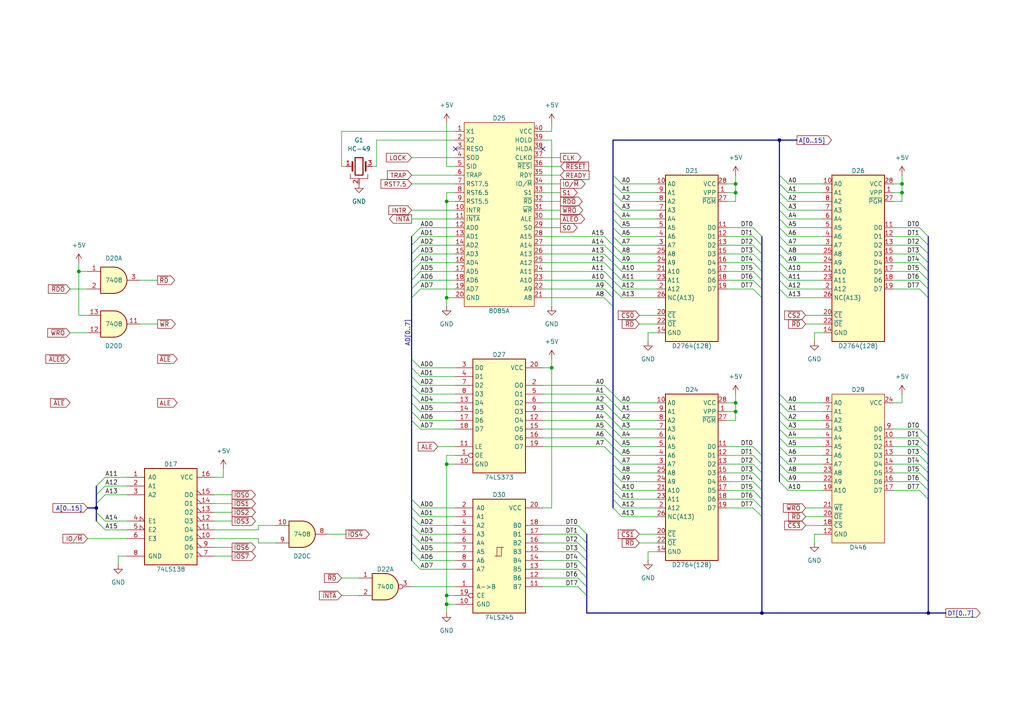
<source format=kicad_sch>
(kicad_sch (version 20250114) (generator "eeschema") (generator_version "9.0")
  (paper "A4")
  (title_block (title "Micro Processor Unit"))
  (junction (at 213.36 55.88))
  (junction (at 22.86 78.74))
  (junction (at 213.36 119.38))
  (junction (at 160.02 106.68))
  (junction (at 213.36 53.34))
  (junction (at 261.62 53.34))
  (junction (at 27.94 147.32))
  (junction (at 129.54 86.36))
  (junction (at 129.54 175.26))
  (junction (at 269.24 177.8))
  (junction (at 220.98 177.8))
  (junction (at 226.06 40.64))
  (junction (at 129.54 58.42))
  (junction (at 129.54 172.72))
  (junction (at 213.36 116.84))
  (junction (at 129.54 134.62))
  (junction (at 261.62 55.88))
  (no_connect (at 132.08 43.18))
  (no_connect (at 157.48 43.18))
  (bus_entry (at 119.38 114.3) (size 2.54 2.54))
  (bus_entry (at 177.8 137.16) (size 2.54 2.54))
  (bus_entry (at 226.06 116.84) (size 2.54 2.54))
  (bus_entry (at 177.8 66.04) (size 2.54 2.54))
  (bus_entry (at 266.7 71.12) (size 2.54 2.54))
  (bus_entry (at 175.26 76.2) (size 2.54 2.54))
  (bus_entry (at 175.26 86.36) (size 2.54 2.54))
  (bus_entry (at 177.8 129.54) (size 2.54 2.54))
  (bus_entry (at 177.8 132.08) (size 2.54 2.54))
  (bus_entry (at 119.38 154.94) (size 2.54 2.54))
  (bus_entry (at 167.64 157.48) (size 2.54 2.54))
  (bus_entry (at 175.26 127) (size 2.54 2.54))
  (bus_entry (at 266.7 137.16) (size 2.54 2.54))
  (bus_entry (at 266.7 132.08) (size 2.54 2.54))
  (bus_entry (at 226.06 66.04) (size 2.54 2.54))
  (bus_entry (at 27.94 143.51) (size 2.54 -2.54))
  (bus_entry (at 119.38 73.66) (size 2.54 -2.54))
  (bus_entry (at 175.26 114.3) (size 2.54 2.54))
  (bus_entry (at 119.38 106.68) (size 2.54 2.54))
  (bus_entry (at 218.44 134.62) (size 2.54 2.54))
  (bus_entry (at 218.44 137.16) (size 2.54 2.54))
  (bus_entry (at 177.8 60.96) (size 2.54 2.54))
  (bus_entry (at 119.38 109.22) (size 2.54 2.54))
  (bus_entry (at 177.8 144.78) (size 2.54 2.54))
  (bus_entry (at 218.44 142.24) (size 2.54 2.54))
  (bus_entry (at 119.38 116.84) (size 2.54 2.54))
  (bus_entry (at 218.44 78.74) (size 2.54 2.54))
  (bus_entry (at 119.38 83.82) (size 2.54 -2.54))
  (bus_entry (at 175.26 111.76) (size 2.54 2.54))
  (bus_entry (at 177.8 119.38) (size 2.54 2.54))
  (bus_entry (at 218.44 76.2) (size 2.54 2.54))
  (bus_entry (at 175.26 121.92) (size 2.54 2.54))
  (bus_entry (at 119.38 71.12) (size 2.54 -2.54))
  (bus_entry (at 177.8 116.84) (size 2.54 2.54))
  (bus_entry (at 226.06 129.54) (size 2.54 2.54))
  (bus_entry (at 226.06 50.8) (size 2.54 2.54))
  (bus_entry (at 167.64 152.4) (size 2.54 2.54))
  (bus_entry (at 226.06 68.58) (size 2.54 2.54))
  (bus_entry (at 175.26 73.66) (size 2.54 2.54))
  (bus_entry (at 177.8 83.82) (size 2.54 2.54))
  (bus_entry (at 266.7 68.58) (size 2.54 2.54))
  (bus_entry (at 175.26 83.82) (size 2.54 2.54))
  (bus_entry (at 177.8 71.12) (size 2.54 2.54))
  (bus_entry (at 119.38 157.48) (size 2.54 2.54))
  (bus_entry (at 218.44 147.32) (size 2.54 2.54))
  (bus_entry (at 175.26 71.12) (size 2.54 2.54))
  (bus_entry (at 266.7 134.62) (size 2.54 2.54))
  (bus_entry (at 226.06 73.66) (size 2.54 2.54))
  (bus_entry (at 119.38 121.92) (size 2.54 2.54))
  (bus_entry (at 175.26 129.54) (size 2.54 2.54))
  (bus_entry (at 177.8 55.88) (size 2.54 2.54))
  (bus_entry (at 167.64 167.64) (size 2.54 2.54))
  (bus_entry (at 175.26 78.74) (size 2.54 2.54))
  (bus_entry (at 119.38 78.74) (size 2.54 -2.54))
  (bus_entry (at 167.64 170.18) (size 2.54 2.54))
  (bus_entry (at 119.38 149.86) (size 2.54 2.54))
  (bus_entry (at 226.06 121.92) (size 2.54 2.54))
  (bus_entry (at 218.44 66.04) (size 2.54 2.54))
  (bus_entry (at 226.06 124.46) (size 2.54 2.54))
  (bus_entry (at 218.44 73.66) (size 2.54 2.54))
  (bus_entry (at 119.38 81.28) (size 2.54 -2.54))
  (bus_entry (at 175.26 116.84) (size 2.54 2.54))
  (bus_entry (at 177.8 68.58) (size 2.54 2.54))
  (bus_entry (at 177.8 114.3) (size 2.54 2.54))
  (bus_entry (at 27.94 148.59) (size 2.54 2.54))
  (bus_entry (at 177.8 139.7) (size 2.54 2.54))
  (bus_entry (at 177.8 53.34) (size 2.54 2.54))
  (bus_entry (at 167.64 154.94) (size 2.54 2.54))
  (bus_entry (at 218.44 83.82) (size 2.54 2.54))
  (bus_entry (at 177.8 58.42) (size 2.54 2.54))
  (bus_entry (at 167.64 160.02) (size 2.54 2.54))
  (bus_entry (at 175.26 68.58) (size 2.54 2.54))
  (bus_entry (at 218.44 139.7) (size 2.54 2.54))
  (bus_entry (at 177.8 63.5) (size 2.54 2.54))
  (bus_entry (at 119.38 152.4) (size 2.54 2.54))
  (bus_entry (at 226.06 114.3) (size 2.54 2.54))
  (bus_entry (at 177.8 50.8) (size 2.54 2.54))
  (bus_entry (at 119.38 144.78) (size 2.54 2.54))
  (bus_entry (at 266.7 81.28) (size 2.54 2.54))
  (bus_entry (at 266.7 127) (size 2.54 2.54))
  (bus_entry (at 119.38 119.38) (size 2.54 2.54))
  (bus_entry (at 175.26 119.38) (size 2.54 2.54))
  (bus_entry (at 218.44 68.58) (size 2.54 2.54))
  (bus_entry (at 226.06 53.34) (size 2.54 2.54))
  (bus_entry (at 177.8 124.46) (size 2.54 2.54))
  (bus_entry (at 266.7 124.46) (size 2.54 2.54))
  (bus_entry (at 177.8 81.28) (size 2.54 2.54))
  (bus_entry (at 218.44 81.28) (size 2.54 2.54))
  (bus_entry (at 266.7 76.2) (size 2.54 2.54))
  (bus_entry (at 226.06 58.42) (size 2.54 2.54))
  (bus_entry (at 226.06 78.74) (size 2.54 2.54))
  (bus_entry (at 218.44 132.08) (size 2.54 2.54))
  (bus_entry (at 27.94 140.97) (size 2.54 -2.54))
  (bus_entry (at 226.06 63.5) (size 2.54 2.54))
  (bus_entry (at 119.38 86.36) (size 2.54 -2.54))
  (bus_entry (at 177.8 78.74) (size 2.54 2.54))
  (bus_entry (at 266.7 142.24) (size 2.54 2.54))
  (bus_entry (at 226.06 119.38) (size 2.54 2.54))
  (bus_entry (at 119.38 162.56) (size 2.54 2.54))
  (bus_entry (at 177.8 147.32) (size 2.54 2.54))
  (bus_entry (at 119.38 104.14) (size 2.54 2.54))
  (bus_entry (at 218.44 144.78) (size 2.54 2.54))
  (bus_entry (at 177.8 134.62) (size 2.54 2.54))
  (bus_entry (at 119.38 68.58) (size 2.54 -2.54))
  (bus_entry (at 177.8 121.92) (size 2.54 2.54))
  (bus_entry (at 226.06 83.82) (size 2.54 2.54))
  (bus_entry (at 266.7 129.54) (size 2.54 2.54))
  (bus_entry (at 119.38 111.76) (size 2.54 2.54))
  (bus_entry (at 226.06 60.96) (size 2.54 2.54))
  (bus_entry (at 226.06 81.28) (size 2.54 2.54))
  (bus_entry (at 226.06 132.08) (size 2.54 2.54))
  (bus_entry (at 177.8 142.24) (size 2.54 2.54))
  (bus_entry (at 27.94 146.05) (size 2.54 -2.54))
  (bus_entry (at 167.64 165.1) (size 2.54 2.54))
  (bus_entry (at 177.8 127) (size 2.54 2.54))
  (bus_entry (at 226.06 139.7) (size 2.54 2.54))
  (bus_entry (at 226.06 127) (size 2.54 2.54))
  (bus_entry (at 175.26 124.46) (size 2.54 2.54))
  (bus_entry (at 266.7 139.7) (size 2.54 2.54))
  (bus_entry (at 226.06 137.16) (size 2.54 2.54))
  (bus_entry (at 226.06 71.12) (size 2.54 2.54))
  (bus_entry (at 266.7 73.66) (size 2.54 2.54))
  (bus_entry (at 167.64 162.56) (size 2.54 2.54))
  (bus_entry (at 226.06 76.2) (size 2.54 2.54))
  (bus_entry (at 27.94 151.13) (size 2.54 2.54))
  (bus_entry (at 119.38 76.2) (size 2.54 -2.54))
  (bus_entry (at 226.06 134.62) (size 2.54 2.54))
  (bus_entry (at 218.44 129.54) (size 2.54 2.54))
  (bus_entry (at 218.44 71.12) (size 2.54 2.54))
  (bus_entry (at 177.8 76.2) (size 2.54 2.54))
  (bus_entry (at 177.8 73.66) (size 2.54 2.54))
  (bus_entry (at 119.38 147.32) (size 2.54 2.54))
  (bus_entry (at 266.7 78.74) (size 2.54 2.54))
  (bus_entry (at 119.38 160.02) (size 2.54 2.54))
  (bus_entry (at 175.26 81.28) (size 2.54 2.54))
  (bus_entry (at 266.7 66.04) (size 2.54 2.54))
  (bus_entry (at 226.06 55.88) (size 2.54 2.54))
  (bus_entry (at 266.7 83.82) (size 2.54 2.54))
  (wire (pts (xy 62.23 148.59) (xy 67.31 148.59)))
  (wire (pts (xy 259.08 53.34) (xy 261.62 53.34)))
  (wire (pts (xy 99.06 38.1) (xy 132.08 38.1)))
  (wire (pts (xy 157.48 83.82) (xy 175.26 83.82)))
  (wire (pts (xy 228.6 119.38) (xy 238.76 119.38)))
  (bus (pts (xy 119.38 154.94) (xy 119.38 157.48)))
  (bus (pts (xy 119.38 68.58) (xy 119.38 71.12)))
  (bus (pts (xy 226.06 132.08) (xy 226.06 134.62)))
  (wire (pts (xy 228.6 129.54) (xy 238.76 129.54)))
  (wire (pts (xy 259.08 139.7) (xy 266.7 139.7)))
  (wire (pts (xy 259.08 55.88) (xy 261.62 55.88)))
  (wire (pts (xy 157.48 129.54) (xy 175.26 129.54)))
  (wire (pts (xy 180.34 60.96) (xy 190.5 60.96)))
  (wire (pts (xy 210.82 147.32) (xy 218.44 147.32)))
  (wire (pts (xy 160.02 88.9) (xy 160.02 40.64)))
  (bus (pts (xy 220.98 76.2) (xy 220.98 73.66)))
  (wire (pts (xy 132.08 172.72) (xy 129.54 172.72)))
  (bus (pts (xy 177.8 40.64) (xy 226.06 40.64)))
  (bus (pts (xy 220.98 81.28) (xy 220.98 78.74)))
  (wire (pts (xy 233.68 91.44) (xy 238.76 91.44)))
  (wire (pts (xy 157.48 154.94) (xy 167.64 154.94)))
  (wire (pts (xy 210.82 144.78) (xy 218.44 144.78)))
  (bus (pts (xy 226.06 63.5) (xy 226.06 66.04)))
  (wire (pts (xy 180.34 144.78) (xy 190.5 144.78)))
  (wire (pts (xy 259.08 129.54) (xy 266.7 129.54)))
  (bus (pts (xy 226.06 60.96) (xy 226.06 63.5)))
  (bus (pts (xy 119.38 86.36) (xy 119.38 104.14)))
  (wire (pts (xy 180.34 149.86) (xy 190.5 149.86)))
  (wire (pts (xy 95.25 154.94) (xy 100.33 154.94)))
  (bus (pts (xy 226.06 129.54) (xy 226.06 132.08)))
  (bus (pts (xy 177.8 132.08) (xy 177.8 134.62)))
  (wire (pts (xy 157.48 147.32) (xy 160.02 147.32)))
  (bus (pts (xy 226.06 55.88) (xy 226.06 58.42)))
  (wire (pts (xy 99.06 48.26) (xy 100.33 48.26)))
  (wire (pts (xy 157.48 121.92) (xy 175.26 121.92)))
  (bus (pts (xy 220.98 177.8) (xy 269.24 177.8)))
  (bus (pts (xy 220.98 149.86) (xy 220.98 147.32)))
  (bus (pts (xy 226.06 68.58) (xy 226.06 71.12)))
  (wire (pts (xy 210.82 76.2) (xy 218.44 76.2)))
  (wire (pts (xy 228.6 139.7) (xy 238.76 139.7)))
  (bus (pts (xy 177.8 144.78) (xy 177.8 147.32)))
  (wire (pts (xy 157.48 119.38) (xy 175.26 119.38)))
  (bus (pts (xy 269.24 76.2) (xy 269.24 73.66)))
  (wire (pts (xy 213.36 58.42) (xy 213.36 55.88)))
  (bus (pts (xy 119.38 121.92) (xy 119.38 144.78)))
  (bus (pts (xy 119.38 83.82) (xy 119.38 86.36)))
  (wire (pts (xy 180.34 63.5) (xy 190.5 63.5)))
  (wire (pts (xy 228.6 58.42) (xy 238.76 58.42)))
  (bus (pts (xy 220.98 142.24) (xy 220.98 139.7)))
  (wire (pts (xy 121.92 109.22) (xy 132.08 109.22)))
  (bus (pts (xy 177.8 114.3) (xy 177.8 116.84)))
  (bus (pts (xy 119.38 76.2) (xy 119.38 78.74)))
  (bus (pts (xy 177.8 81.28) (xy 177.8 83.82)))
  (bus (pts (xy 220.98 73.66) (xy 220.98 71.12)))
  (bus (pts (xy 220.98 144.78) (xy 220.98 142.24)))
  (wire (pts (xy 119.38 50.8) (xy 132.08 50.8)))
  (wire (pts (xy 185.42 157.48) (xy 190.5 157.48)))
  (bus (pts (xy 226.06 76.2) (xy 226.06 78.74)))
  (wire (pts (xy 119.38 45.72) (xy 132.08 45.72)))
  (wire (pts (xy 157.48 55.88) (xy 162.56 55.88)))
  (bus (pts (xy 220.98 78.74) (xy 220.98 76.2)))
  (wire (pts (xy 157.48 111.76) (xy 175.26 111.76)))
  (wire (pts (xy 261.62 53.34) (xy 261.62 50.8)))
  (wire (pts (xy 157.48 160.02) (xy 167.64 160.02)))
  (wire (pts (xy 121.92 157.48) (xy 132.08 157.48)))
  (wire (pts (xy 121.92 147.32) (xy 132.08 147.32)))
  (wire (pts (xy 210.82 58.42) (xy 213.36 58.42)))
  (wire (pts (xy 129.54 86.36) (xy 132.08 86.36)))
  (bus (pts (xy 269.24 142.24) (xy 269.24 144.78)))
  (bus (pts (xy 119.38 114.3) (xy 119.38 116.84)))
  (bus (pts (xy 269.24 78.74) (xy 269.24 76.2)))
  (bus (pts (xy 269.24 134.62) (xy 269.24 137.16)))
  (wire (pts (xy 22.86 91.44) (xy 25.4 91.44)))
  (wire (pts (xy 62.23 143.51) (xy 67.31 143.51)))
  (bus (pts (xy 220.98 149.86) (xy 220.98 177.8)))
  (bus (pts (xy 177.8 142.24) (xy 177.8 144.78)))
  (bus (pts (xy 177.8 55.88) (xy 177.8 58.42)))
  (bus (pts (xy 170.18 162.56) (xy 170.18 160.02)))
  (bus (pts (xy 220.98 147.32) (xy 220.98 144.78)))
  (wire (pts (xy 228.6 83.82) (xy 238.76 83.82)))
  (wire (pts (xy 228.6 63.5) (xy 238.76 63.5)))
  (wire (pts (xy 62.23 138.43) (xy 64.77 138.43)))
  (bus (pts (xy 177.8 66.04) (xy 177.8 68.58)))
  (bus (pts (xy 177.8 124.46) (xy 177.8 127)))
  (wire (pts (xy 180.34 55.88) (xy 190.5 55.88)))
  (bus (pts (xy 226.06 114.3) (xy 226.06 116.84)))
  (wire (pts (xy 22.86 78.74) (xy 22.86 76.2)))
  (wire (pts (xy 157.48 68.58) (xy 175.26 68.58)))
  (bus (pts (xy 27.94 143.51) (xy 27.94 146.05)))
  (wire (pts (xy 157.48 58.42) (xy 162.56 58.42)))
  (wire (pts (xy 121.92 154.94) (xy 132.08 154.94)))
  (wire (pts (xy 187.96 160.02) (xy 187.96 162.56)))
  (wire (pts (xy 228.6 137.16) (xy 238.76 137.16)))
  (wire (pts (xy 259.08 142.24) (xy 266.7 142.24)))
  (wire (pts (xy 99.06 167.64) (xy 104.14 167.64)))
  (bus (pts (xy 177.8 76.2) (xy 177.8 78.74)))
  (bus (pts (xy 119.38 160.02) (xy 119.38 162.56)))
  (bus (pts (xy 177.8 71.12) (xy 177.8 73.66)))
  (wire (pts (xy 187.96 96.52) (xy 187.96 99.06)))
  (wire (pts (xy 180.34 121.92) (xy 190.5 121.92)))
  (wire (pts (xy 157.48 73.66) (xy 175.26 73.66)))
  (bus (pts (xy 226.06 127) (xy 226.06 129.54)))
  (bus (pts (xy 177.8 50.8) (xy 177.8 53.34)))
  (wire (pts (xy 121.92 121.92) (xy 132.08 121.92)))
  (bus (pts (xy 177.8 134.62) (xy 177.8 137.16)))
  (wire (pts (xy 233.68 149.86) (xy 238.76 149.86)))
  (wire (pts (xy 180.34 129.54) (xy 190.5 129.54)))
  (wire (pts (xy 74.93 157.48) (xy 80.01 157.48)))
  (wire (pts (xy 259.08 134.62) (xy 266.7 134.62)))
  (wire (pts (xy 160.02 106.68) (xy 160.02 104.14)))
  (wire (pts (xy 210.82 66.04) (xy 218.44 66.04)))
  (bus (pts (xy 177.8 86.36) (xy 177.8 88.9)))
  (wire (pts (xy 180.34 76.2) (xy 190.5 76.2)))
  (bus (pts (xy 119.38 147.32) (xy 119.38 149.86)))
  (wire (pts (xy 228.6 86.36) (xy 238.76 86.36)))
  (bus (pts (xy 226.06 137.16) (xy 226.06 139.7)))
  (bus (pts (xy 119.38 73.66) (xy 119.38 76.2)))
  (wire (pts (xy 157.48 162.56) (xy 167.64 162.56)))
  (wire (pts (xy 157.48 114.3) (xy 175.26 114.3)))
  (wire (pts (xy 210.82 73.66) (xy 218.44 73.66)))
  (bus (pts (xy 269.24 132.08) (xy 269.24 134.62)))
  (wire (pts (xy 36.83 161.29) (xy 34.29 161.29)))
  (bus (pts (xy 119.38 119.38) (xy 119.38 121.92)))
  (wire (pts (xy 213.36 121.92) (xy 213.36 119.38)))
  (bus (pts (xy 177.8 60.96) (xy 177.8 63.5)))
  (bus (pts (xy 27.94 146.05) (xy 27.94 147.32)))
  (bus (pts (xy 177.8 116.84) (xy 177.8 119.38)))
  (wire (pts (xy 129.54 134.62) (xy 129.54 172.72)))
  (wire (pts (xy 25.4 78.74) (xy 22.86 78.74)))
  (wire (pts (xy 157.48 38.1) (xy 160.02 38.1)))
  (wire (pts (xy 121.92 114.3) (xy 132.08 114.3)))
  (wire (pts (xy 228.6 127) (xy 238.76 127)))
  (wire (pts (xy 210.82 116.84) (xy 213.36 116.84)))
  (wire (pts (xy 180.34 53.34) (xy 190.5 53.34)))
  (wire (pts (xy 157.48 60.96) (xy 162.56 60.96)))
  (bus (pts (xy 177.8 78.74) (xy 177.8 81.28)))
  (bus (pts (xy 119.38 116.84) (xy 119.38 119.38)))
  (wire (pts (xy 180.34 147.32) (xy 190.5 147.32)))
  (wire (pts (xy 132.08 132.08) (xy 129.54 132.08)))
  (wire (pts (xy 121.92 165.1) (xy 132.08 165.1)))
  (wire (pts (xy 236.22 157.48) (xy 236.22 154.94)))
  (bus (pts (xy 119.38 81.28) (xy 119.38 83.82)))
  (bus (pts (xy 226.06 134.62) (xy 226.06 137.16)))
  (wire (pts (xy 210.82 142.24) (xy 218.44 142.24)))
  (wire (pts (xy 228.6 116.84) (xy 238.76 116.84)))
  (wire (pts (xy 30.48 143.51) (xy 36.83 143.51)))
  (wire (pts (xy 129.54 58.42) (xy 132.08 58.42)))
  (bus (pts (xy 269.24 127) (xy 269.24 129.54)))
  (wire (pts (xy 210.82 134.62) (xy 218.44 134.62)))
  (wire (pts (xy 62.23 151.13) (xy 67.31 151.13)))
  (bus (pts (xy 226.06 50.8) (xy 226.06 53.34)))
  (bus (pts (xy 177.8 53.34) (xy 177.8 55.88)))
  (bus (pts (xy 269.24 129.54) (xy 269.24 132.08)))
  (bus (pts (xy 269.24 139.7) (xy 269.24 142.24)))
  (wire (pts (xy 259.08 78.74) (xy 266.7 78.74)))
  (bus (pts (xy 220.98 134.62) (xy 220.98 132.08)))
  (wire (pts (xy 157.48 116.84) (xy 175.26 116.84)))
  (wire (pts (xy 22.86 91.44) (xy 22.86 78.74)))
  (bus (pts (xy 269.24 81.28) (xy 269.24 78.74)))
  (wire (pts (xy 210.82 83.82) (xy 218.44 83.82)))
  (wire (pts (xy 233.68 152.4) (xy 238.76 152.4)))
  (bus (pts (xy 119.38 109.22) (xy 119.38 111.76)))
  (wire (pts (xy 210.82 55.88) (xy 213.36 55.88)))
  (wire (pts (xy 62.23 156.21) (xy 74.93 156.21)))
  (wire (pts (xy 261.62 55.88) (xy 261.62 53.34)))
  (wire (pts (xy 121.92 73.66) (xy 132.08 73.66)))
  (bus (pts (xy 119.38 157.48) (xy 119.38 160.02)))
  (wire (pts (xy 157.48 50.8) (xy 162.56 50.8)))
  (wire (pts (xy 180.34 86.36) (xy 190.5 86.36)))
  (wire (pts (xy 190.5 96.52) (xy 187.96 96.52)))
  (bus (pts (xy 119.38 152.4) (xy 119.38 154.94)))
  (wire (pts (xy 157.48 66.04) (xy 162.56 66.04)))
  (wire (pts (xy 228.6 60.96) (xy 238.76 60.96)))
  (wire (pts (xy 180.34 71.12) (xy 190.5 71.12)))
  (wire (pts (xy 74.93 156.21) (xy 74.93 157.48)))
  (wire (pts (xy 261.62 114.3) (xy 261.62 116.84)))
  (bus (pts (xy 226.06 66.04) (xy 226.06 68.58)))
  (wire (pts (xy 259.08 68.58) (xy 266.7 68.58)))
  (wire (pts (xy 180.34 137.16) (xy 190.5 137.16)))
  (wire (pts (xy 160.02 40.64) (xy 157.48 40.64)))
  (wire (pts (xy 228.6 73.66) (xy 238.76 73.66)))
  (bus (pts (xy 27.94 140.97) (xy 27.94 143.51)))
  (bus (pts (xy 119.38 78.74) (xy 119.38 81.28)))
  (wire (pts (xy 259.08 76.2) (xy 266.7 76.2)))
  (wire (pts (xy 180.34 68.58) (xy 190.5 68.58)))
  (bus (pts (xy 269.24 177.8) (xy 274.32 177.8)))
  (bus (pts (xy 269.24 73.66) (xy 269.24 71.12)))
  (wire (pts (xy 119.38 53.34) (xy 132.08 53.34)))
  (wire (pts (xy 259.08 81.28) (xy 266.7 81.28)))
  (wire (pts (xy 210.82 132.08) (xy 218.44 132.08)))
  (bus (pts (xy 269.24 137.16) (xy 269.24 139.7)))
  (wire (pts (xy 210.82 121.92) (xy 213.36 121.92)))
  (wire (pts (xy 121.92 116.84) (xy 132.08 116.84)))
  (bus (pts (xy 177.8 127) (xy 177.8 129.54)))
  (wire (pts (xy 157.48 76.2) (xy 175.26 76.2)))
  (wire (pts (xy 210.82 129.54) (xy 218.44 129.54)))
  (wire (pts (xy 74.93 152.4) (xy 80.01 152.4)))
  (wire (pts (xy 210.82 81.28) (xy 218.44 81.28)))
  (wire (pts (xy 121.92 68.58) (xy 132.08 68.58)))
  (wire (pts (xy 228.6 134.62) (xy 238.76 134.62)))
  (wire (pts (xy 210.82 119.38) (xy 213.36 119.38)))
  (wire (pts (xy 213.36 53.34) (xy 213.36 50.8)))
  (bus (pts (xy 226.06 40.64) (xy 226.06 50.8)))
  (wire (pts (xy 157.48 124.46) (xy 175.26 124.46)))
  (wire (pts (xy 129.54 58.42) (xy 129.54 86.36)))
  (bus (pts (xy 27.94 147.32) (xy 27.94 148.59)))
  (wire (pts (xy 210.82 78.74) (xy 218.44 78.74)))
  (wire (pts (xy 62.23 158.75) (xy 67.31 158.75)))
  (wire (pts (xy 180.34 78.74) (xy 190.5 78.74)))
  (bus (pts (xy 177.8 68.58) (xy 177.8 71.12)))
  (bus (pts (xy 119.38 106.68) (xy 119.38 109.22)))
  (wire (pts (xy 190.5 160.02) (xy 187.96 160.02)))
  (bus (pts (xy 177.8 40.64) (xy 177.8 50.8)))
  (wire (pts (xy 228.6 53.34) (xy 238.76 53.34)))
  (wire (pts (xy 259.08 116.84) (xy 261.62 116.84)))
  (wire (pts (xy 157.48 157.48) (xy 167.64 157.48)))
  (wire (pts (xy 180.34 66.04) (xy 190.5 66.04)))
  (bus (pts (xy 177.8 129.54) (xy 177.8 132.08)))
  (wire (pts (xy 259.08 73.66) (xy 266.7 73.66)))
  (wire (pts (xy 30.48 140.97) (xy 36.83 140.97)))
  (wire (pts (xy 228.6 66.04) (xy 238.76 66.04)))
  (bus (pts (xy 226.06 73.66) (xy 226.06 76.2)))
  (bus (pts (xy 269.24 86.36) (xy 269.24 127)))
  (wire (pts (xy 228.6 78.74) (xy 238.76 78.74)))
  (bus (pts (xy 226.06 121.92) (xy 226.06 124.46)))
  (bus (pts (xy 269.24 83.82) (xy 269.24 81.28)))
  (bus (pts (xy 220.98 86.36) (xy 220.98 83.82)))
  (bus (pts (xy 177.8 119.38) (xy 177.8 121.92)))
  (wire (pts (xy 20.32 96.52) (xy 25.4 96.52)))
  (wire (pts (xy 132.08 55.88) (xy 129.54 55.88)))
  (wire (pts (xy 62.23 161.29) (xy 67.31 161.29)))
  (bus (pts (xy 226.06 71.12) (xy 226.06 73.66)))
  (wire (pts (xy 30.48 138.43) (xy 36.83 138.43)))
  (bus (pts (xy 226.06 116.84) (xy 226.06 119.38)))
  (wire (pts (xy 180.34 124.46) (xy 190.5 124.46)))
  (bus (pts (xy 177.8 121.92) (xy 177.8 124.46)))
  (wire (pts (xy 259.08 124.46) (xy 266.7 124.46)))
  (wire (pts (xy 228.6 124.46) (xy 238.76 124.46)))
  (wire (pts (xy 180.34 127) (xy 190.5 127)))
  (wire (pts (xy 129.54 132.08) (xy 129.54 134.62)))
  (wire (pts (xy 210.82 68.58) (xy 218.44 68.58)))
  (wire (pts (xy 20.32 83.82) (xy 25.4 83.82)))
  (bus (pts (xy 119.38 111.76) (xy 119.38 114.3)))
  (wire (pts (xy 109.22 40.64) (xy 109.22 48.26)))
  (wire (pts (xy 185.42 91.44) (xy 190.5 91.44)))
  (bus (pts (xy 226.06 58.42) (xy 226.06 60.96)))
  (wire (pts (xy 40.64 93.98) (xy 45.72 93.98)))
  (bus (pts (xy 177.8 73.66) (xy 177.8 76.2)))
  (wire (pts (xy 228.6 76.2) (xy 238.76 76.2)))
  (wire (pts (xy 30.48 153.67) (xy 36.83 153.67)))
  (wire (pts (xy 121.92 111.76) (xy 132.08 111.76)))
  (wire (pts (xy 228.6 71.12) (xy 238.76 71.12)))
  (wire (pts (xy 121.92 124.46) (xy 132.08 124.46)))
  (wire (pts (xy 213.36 116.84) (xy 213.36 114.3)))
  (bus (pts (xy 170.18 157.48) (xy 170.18 154.94)))
  (bus (pts (xy 119.38 149.86) (xy 119.38 152.4)))
  (bus (pts (xy 269.24 144.78) (xy 269.24 177.8)))
  (bus (pts (xy 170.18 177.8) (xy 170.18 172.72)))
  (bus (pts (xy 220.98 139.7) (xy 220.98 137.16)))
  (wire (pts (xy 129.54 175.26) (xy 129.54 177.8)))
  (wire (pts (xy 238.76 96.52) (xy 236.22 96.52)))
  (bus (pts (xy 226.06 53.34) (xy 226.06 55.88)))
  (wire (pts (xy 62.23 146.05) (xy 67.31 146.05)))
  (bus (pts (xy 226.06 124.46) (xy 226.06 127)))
  (wire (pts (xy 121.92 66.04) (xy 132.08 66.04)))
  (wire (pts (xy 180.34 119.38) (xy 190.5 119.38)))
  (bus (pts (xy 170.18 165.1) (xy 170.18 162.56)))
  (bus (pts (xy 170.18 167.64) (xy 170.18 165.1)))
  (bus (pts (xy 177.8 88.9) (xy 177.8 114.3)))
  (bus (pts (xy 226.06 81.28) (xy 226.06 83.82)))
  (wire (pts (xy 210.82 53.34) (xy 213.36 53.34)))
  (wire (pts (xy 157.48 81.28) (xy 175.26 81.28)))
  (wire (pts (xy 132.08 134.62) (xy 129.54 134.62)))
  (wire (pts (xy 121.92 160.02) (xy 132.08 160.02)))
  (wire (pts (xy 99.06 172.72) (xy 104.14 172.72)))
  (wire (pts (xy 119.38 170.18) (xy 132.08 170.18)))
  (bus (pts (xy 269.24 71.12) (xy 269.24 68.58)))
  (bus (pts (xy 119.38 71.12) (xy 119.38 73.66)))
  (wire (pts (xy 157.48 53.34) (xy 162.56 53.34)))
  (wire (pts (xy 129.54 88.9) (xy 129.54 86.36)))
  (wire (pts (xy 228.6 68.58) (xy 238.76 68.58)))
  (bus (pts (xy 220.98 86.36) (xy 220.98 132.08)))
  (wire (pts (xy 259.08 83.82) (xy 266.7 83.82)))
  (wire (pts (xy 157.48 106.68) (xy 160.02 106.68)))
  (bus (pts (xy 226.06 119.38) (xy 226.06 121.92)))
  (wire (pts (xy 40.64 81.28) (xy 45.72 81.28)))
  (wire (pts (xy 259.08 58.42) (xy 261.62 58.42)))
  (wire (pts (xy 259.08 71.12) (xy 266.7 71.12)))
  (wire (pts (xy 233.68 93.98) (xy 238.76 93.98)))
  (wire (pts (xy 121.92 162.56) (xy 132.08 162.56)))
  (wire (pts (xy 180.34 73.66) (xy 190.5 73.66)))
  (wire (pts (xy 160.02 38.1) (xy 160.02 35.56)))
  (wire (pts (xy 157.48 152.4) (xy 167.64 152.4)))
  (bus (pts (xy 220.98 137.16) (xy 220.98 134.62)))
  (wire (pts (xy 180.34 58.42) (xy 190.5 58.42)))
  (wire (pts (xy 129.54 172.72) (xy 129.54 175.26)))
  (wire (pts (xy 121.92 81.28) (xy 132.08 81.28)))
  (wire (pts (xy 210.82 139.7) (xy 218.44 139.7)))
  (wire (pts (xy 127 129.54) (xy 132.08 129.54)))
  (wire (pts (xy 157.48 48.26) (xy 162.56 48.26)))
  (wire (pts (xy 259.08 66.04) (xy 266.7 66.04)))
  (wire (pts (xy 157.48 45.72) (xy 162.56 45.72)))
  (bus (pts (xy 177.8 139.7) (xy 177.8 142.24)))
  (wire (pts (xy 119.38 63.5) (xy 132.08 63.5)))
  (bus (pts (xy 177.8 137.16) (xy 177.8 139.7)))
  (bus (pts (xy 226.06 40.64) (xy 231.14 40.64)))
  (bus (pts (xy 170.18 177.8) (xy 220.98 177.8)))
  (wire (pts (xy 228.6 132.08) (xy 238.76 132.08)))
  (wire (pts (xy 129.54 48.26) (xy 132.08 48.26)))
  (bus (pts (xy 220.98 83.82) (xy 220.98 81.28)))
  (wire (pts (xy 121.92 152.4) (xy 132.08 152.4)))
  (wire (pts (xy 157.48 165.1) (xy 167.64 165.1)))
  (wire (pts (xy 129.54 35.56) (xy 129.54 48.26)))
  (wire (pts (xy 228.6 55.88) (xy 238.76 55.88)))
  (bus (pts (xy 220.98 71.12) (xy 220.98 68.58)))
  (wire (pts (xy 259.08 127) (xy 266.7 127)))
  (wire (pts (xy 210.82 137.16) (xy 218.44 137.16)))
  (bus (pts (xy 27.94 148.59) (xy 27.94 151.13)))
  (wire (pts (xy 259.08 137.16) (xy 266.7 137.16)))
  (bus (pts (xy 269.24 86.36) (xy 269.24 83.82)))
  (wire (pts (xy 34.29 161.29) (xy 34.29 163.83)))
  (wire (pts (xy 129.54 55.88) (xy 129.54 58.42)))
  (wire (pts (xy 236.22 96.52) (xy 236.22 99.06)))
  (wire (pts (xy 210.82 71.12) (xy 218.44 71.12)))
  (wire (pts (xy 157.48 127) (xy 175.26 127)))
  (wire (pts (xy 157.48 170.18) (xy 167.64 170.18)))
  (wire (pts (xy 213.36 119.38) (xy 213.36 116.84)))
  (wire (pts (xy 160.02 147.32) (xy 160.02 106.68)))
  (wire (pts (xy 228.6 142.24) (xy 238.76 142.24)))
  (wire (pts (xy 157.48 167.64) (xy 167.64 167.64)))
  (wire (pts (xy 25.4 156.21) (xy 36.83 156.21)))
  (wire (pts (xy 74.93 153.67) (xy 74.93 152.4)))
  (wire (pts (xy 121.92 78.74) (xy 132.08 78.74)))
  (wire (pts (xy 157.48 78.74) (xy 175.26 78.74)))
  (wire (pts (xy 228.6 81.28) (xy 238.76 81.28)))
  (wire (pts (xy 180.34 142.24) (xy 190.5 142.24)))
  (bus (pts (xy 170.18 160.02) (xy 170.18 157.48)))
  (bus (pts (xy 226.06 83.82) (xy 226.06 114.3)))
  (wire (pts (xy 261.62 58.42) (xy 261.62 55.88)))
  (wire (pts (xy 121.92 83.82) (xy 132.08 83.82)))
  (bus (pts (xy 119.38 144.78) (xy 119.38 147.32)))
  (bus (pts (xy 177.8 83.82) (xy 177.8 86.36)))
  (wire (pts (xy 180.34 134.62) (xy 190.5 134.62)))
  (wire (pts (xy 109.22 40.64) (xy 132.08 40.64)))
  (wire (pts (xy 185.42 154.94) (xy 190.5 154.94)))
  (wire (pts (xy 109.22 48.26) (xy 107.95 48.26)))
  (wire (pts (xy 157.48 86.36) (xy 175.26 86.36)))
  (wire (pts (xy 259.08 132.08) (xy 266.7 132.08)))
  (wire (pts (xy 180.34 139.7) (xy 190.5 139.7)))
  (wire (pts (xy 180.34 116.84) (xy 190.5 116.84)))
  (wire (pts (xy 180.34 83.82) (xy 190.5 83.82)))
  (wire (pts (xy 64.77 138.43) (xy 64.77 135.89)))
  (wire (pts (xy 228.6 121.92) (xy 238.76 121.92)))
  (wire (pts (xy 233.68 147.32) (xy 238.76 147.32)))
  (wire (pts (xy 121.92 106.68) (xy 132.08 106.68)))
  (wire (pts (xy 119.38 60.96) (xy 132.08 60.96)))
  (wire (pts (xy 121.92 119.38) (xy 132.08 119.38)))
  (wire (pts (xy 180.34 132.08) (xy 190.5 132.08)))
  (wire (pts (xy 185.42 93.98) (xy 190.5 93.98)))
  (wire (pts (xy 180.34 81.28) (xy 190.5 81.28)))
  (wire (pts (xy 157.48 63.5) (xy 162.56 63.5)))
  (bus (pts (xy 170.18 172.72) (xy 170.18 170.18)))
  (wire (pts (xy 121.92 149.86) (xy 132.08 149.86)))
  (bus (pts (xy 170.18 170.18) (xy 170.18 167.64)))
  (bus (pts (xy 226.06 78.74) (xy 226.06 81.28)))
  (bus (pts (xy 119.38 104.14) (xy 119.38 106.68)))
  (bus (pts (xy 25.4 147.32) (xy 27.94 147.32)))
  (wire (pts (xy 157.48 71.12) (xy 175.26 71.12)))
  (wire (pts (xy 236.22 154.94) (xy 238.76 154.94)))
  (wire (pts (xy 30.48 151.13) (xy 36.83 151.13)))
  (wire (pts (xy 121.92 71.12) (xy 132.08 71.12)))
  (wire (pts (xy 121.92 76.2) (xy 132.08 76.2)))
  (wire (pts (xy 62.23 153.67) (xy 74.93 153.67)))
  (wire (pts (xy 213.36 55.88) (xy 213.36 53.34)))
  (wire (pts (xy 99.06 38.1) (xy 99.06 48.26)))
  (wire (pts (xy 132.08 175.26) (xy 129.54 175.26)))
  (bus (pts (xy 177.8 58.42) (xy 177.8 60.96)))
  (bus (pts (xy 177.8 63.5) (xy 177.8 66.04)))
  (label "A6" (at 180.34 132.08 0))
  (label "DT1" (at 266.7 68.58 180))
  (label "A4" (at 175.26 121.92 180))
  (label "AD0" (at 121.92 147.32 0))
  (label "AD0" (at 121.92 66.04 0))
  (label "A14" (at 175.26 71.12 180))
  (label "AD7" (at 121.92 83.82 0))
  (label "A10" (at 228.6 78.74 0))
  (label "A12" (at 180.34 147.32 0))
  (label "A10" (at 180.34 78.74 0))
  (label "A3" (at 180.34 60.96 0))
  (label "A11" (at 228.6 81.28 0))
  (label "A0" (at 180.34 53.34 0))
  (label "A0" (at 228.6 116.84 0))
  (label "DT1" (at 266.7 127 180))
  (label "DT7" (at 167.64 170.18 180))
  (label "DT5" (at 218.44 78.74 180))
  (label "DT6" (at 218.44 144.78 180))
  (label "A13" (at 30.48 143.51 0))
  (label "A10" (at 228.6 142.24 0))
  (label "A13" (at 180.34 149.86 0))
  (label "A11" (at 180.34 144.78 0))
  (label "A4" (at 228.6 63.5 0))
  (label "DT3" (at 218.44 73.66 180))
  (label "A9" (at 228.6 76.2 0))
  (label "AD4" (at 121.92 116.84 0))
  (label "A11" (at 175.26 78.74 180))
  (label "A3" (at 175.26 119.38 180))
  (label "A11" (at 30.48 138.43 0))
  (label "AD0" (at 121.92 106.68 0))
  (label "DT2" (at 167.64 157.48 180))
  (label "AD2" (at 121.92 71.12 0))
  (label "DT0" (at 218.44 129.54 180))
  (label "A12" (at 175.26 76.2 180))
  (label "DT3" (at 266.7 132.08 180))
  (label "DT4" (at 218.44 139.7 180))
  (label "DT6" (at 266.7 139.7 180))
  (label "A2" (at 228.6 58.42 0))
  (label "DT6" (at 218.44 81.28 180))
  (label "AD[0..7]" (at 119.38 100.33 90))
  (label "A9" (at 180.34 139.7 0))
  (label "A1" (at 228.6 55.88 0))
  (label "AD5" (at 121.92 160.02 0))
  (label "AD3" (at 121.92 114.3 0))
  (label "A1" (at 175.26 114.3 180))
  (label "DT4" (at 266.7 76.2 180))
  (label "A2" (at 180.34 58.42 0))
  (label "DT1" (at 218.44 68.58 180))
  (label "DT0" (at 167.64 152.4 180))
  (label "A14" (at 30.48 151.13 0))
  (label "A3" (at 180.34 124.46 0))
  (label "A15" (at 175.26 68.58 180))
  (label "A2" (at 175.26 116.84 180))
  (label "A13" (at 175.26 73.66 180))
  (label "A7" (at 175.26 129.54 180))
  (label "AD1" (at 121.92 68.58 0))
  (label "AD2" (at 121.92 111.76 0))
  (label "DT1" (at 218.44 132.08 180))
  (label "A9" (at 180.34 76.2 0))
  (label "DT5" (at 218.44 142.24 180))
  (label "A8" (at 228.6 73.66 0))
  (label "A5" (at 180.34 129.54 0))
  (label "DT7" (at 218.44 147.32 180))
  (label "A15" (at 30.48 153.67 0))
  (label "A6" (at 180.34 68.58 0))
  (label "A10" (at 180.34 142.24 0))
  (label "AD1" (at 121.92 149.86 0))
  (label "DT2" (at 266.7 129.54 180))
  (label "A2" (at 228.6 121.92 0))
  (label "A0" (at 180.34 116.84 0))
  (label "AD7" (at 121.92 165.1 0))
  (label "A0" (at 228.6 53.34 0))
  (label "A3" (at 228.6 124.46 0))
  (label "A11" (at 180.34 81.28 0))
  (label "DT2" (at 266.7 71.12 180))
  (label "A7" (at 228.6 71.12 0))
  (label "DT7" (at 266.7 142.24 180))
  (label "A6" (at 175.26 127 180))
  (label "A2" (at 180.34 121.92 0))
  (label "DT3" (at 167.64 160.02 180))
  (label "DT0" (at 266.7 124.46 180))
  (label "A3" (at 228.6 60.96 0))
  (label "DT5" (at 266.7 78.74 180))
  (label "AD7" (at 121.92 124.46 0))
  (label "A8" (at 228.6 137.16 0))
  (label "A5" (at 228.6 66.04 0))
  (label "A9" (at 175.26 83.82 180))
  (label "A7" (at 180.34 134.62 0))
  (label "DT7" (at 266.7 83.82 180))
  (label "A1" (at 180.34 119.38 0))
  (label "A5" (at 175.26 124.46 180))
  (label "AD6" (at 121.92 121.92 0))
  (label "A0" (at 175.26 111.76 180))
  (label "AD6" (at 121.92 81.28 0))
  (label "DT3" (at 266.7 73.66 180))
  (label "A8" (at 180.34 137.16 0))
  (label "DT5" (at 266.7 137.16 180))
  (label "AD5" (at 121.92 119.38 0))
  (label "DT7" (at 218.44 83.82 180))
  (label "DT5" (at 167.64 165.1 180))
  (label "DT4" (at 218.44 76.2 180))
  (label "AD4" (at 121.92 76.2 0))
  (label "AD3" (at 121.92 154.94 0))
  (label "A12" (at 228.6 83.82 0))
  (label "DT3" (at 218.44 137.16 180))
  (label "A8" (at 180.34 73.66 0))
  (label "DT4" (at 266.7 134.62 180))
  (label "A5" (at 228.6 129.54 0))
  (label "DT2" (at 218.44 71.12 180))
  (label "A7" (at 228.6 134.62 0))
  (label "DT6" (at 266.7 81.28 180))
  (label "A9" (at 228.6 139.7 0))
  (label "AD1" (at 121.92 109.22 0))
  (label "A12" (at 30.48 140.97 0))
  (label "A12" (at 180.34 83.82 0))
  (label "DT0" (at 266.7 66.04 180))
  (label "AD5" (at 121.92 78.74 0))
  (label "A13" (at 180.34 86.36 0))
  (label "DT0" (at 218.44 66.04 180))
  (label "A13" (at 228.6 86.36 0))
  (label "DT1" (at 167.64 154.94 180))
  (label "A4" (at 180.34 63.5 0))
  (label "DT6" (at 167.64 167.64 180))
  (label "A7" (at 180.34 71.12 0))
  (label "AD6" (at 121.92 162.56 0))
  (label "AD2" (at 121.92 152.4 0))
  (label "A1" (at 228.6 119.38 0))
  (label "A4" (at 228.6 127 0))
  (label "AD3" (at 121.92 73.66 0))
  (label "A8" (at 175.26 86.36 180))
  (label "A1" (at 180.34 55.88 0))
  (label "A6" (at 228.6 68.58 0))
  (label "DT4" (at 167.64 162.56 180))
  (label "A4" (at 180.34 127 0))
  (label "A6" (at 228.6 132.08 0))
  (label "A10" (at 175.26 81.28 180))
  (label "AD4" (at 121.92 157.48 0))
  (label "DT2" (at 218.44 134.62 180))
  (label "A5" (at 180.34 66.04 0))
  (global_label "~{INTA}" (shape output) (at 119.38 63.5 180) (property "Intersheetrefs" "${INTERSHEET_REFS}" (effects (hide yes))))
  (global_label "IO{slash}~{M}" (shape input) (at 25.4 156.21 180) (property "Intersheetrefs" "${INTERSHEET_REFS}" (effects (hide yes))))
  (global_label "~{RD}" (shape input) (at 233.68 149.86 180) (property "Intersheetrefs" "${INTERSHEET_REFS}" (effects (hide yes))))
  (global_label "~{WRO}" (shape output) (at 162.56 60.96 0) (property "Intersheetrefs" "${INTERSHEET_REFS}" (effects (hide yes))))
  (global_label "~{IOS0}" (shape output) (at 67.31 143.51 0) (property "Intersheetrefs" "${INTERSHEET_REFS}" (effects (hide yes))))
  (global_label "~{WRO}" (shape input) (at 20.32 96.52 180) (property "Intersheetrefs" "${INTERSHEET_REFS}" (effects (hide yes))))
  (global_label "S1" (shape output) (at 162.56 55.88 0) (property "Intersheetrefs" "${INTERSHEET_REFS}" (effects (hide yes))))
  (global_label "~{RD}" (shape input) (at 233.68 93.98 180) (property "Intersheetrefs" "${INTERSHEET_REFS}" (effects (hide yes))))
  (global_label "RST7.5" (shape input) (at 119.38 53.34 180) (property "Intersheetrefs" "${INTERSHEET_REFS}" (effects (hide yes))))
  (global_label "~{RD}" (shape input) (at 185.42 157.48 180) (property "Intersheetrefs" "${INTERSHEET_REFS}" (effects (hide yes))))
  (global_label "A[0..15]" (shape output) (at 231.14 40.64 0) (property "Intersheetrefs" "${INTERSHEET_REFS}" (effects (hide yes))))
  (global_label "~{CS3}" (shape input) (at 233.68 152.4 180) (property "Intersheetrefs" "${INTERSHEET_REFS}" (effects (hide yes))))
  (global_label "LOCK" (shape input) (at 119.38 45.72 180) (property "Intersheetrefs" "${INTERSHEET_REFS}" (effects (hide yes))))
  (global_label "~{RD}" (shape input) (at 99.06 167.64 180) (property "Intersheetrefs" "${INTERSHEET_REFS}" (effects (hide yes))))
  (global_label "~{CS0}" (shape input) (at 185.42 91.44 180) (property "Intersheetrefs" "${INTERSHEET_REFS}" (effects (hide yes))))
  (global_label "~{IOS2}" (shape output) (at 67.31 148.59 0) (property "Intersheetrefs" "${INTERSHEET_REFS}" (effects (hide yes))))
  (global_label "~{ALEO}" (shape input) (at 20.32 104.14 180) (property "Intersheetrefs" "${INTERSHEET_REFS}" (effects (hide yes))))
  (global_label "~{IOS3}" (shape output) (at 67.31 151.13 0) (property "Intersheetrefs" "${INTERSHEET_REFS}" (effects (hide yes))))
  (global_label "~{RD}" (shape input) (at 185.42 93.98 180) (property "Intersheetrefs" "${INTERSHEET_REFS}" (effects (hide yes))))
  (global_label "~{IOS1}" (shape output) (at 67.31 146.05 0) (property "Intersheetrefs" "${INTERSHEET_REFS}" (effects (hide yes))))
  (global_label "INTR" (shape input) (at 119.38 60.96 180) (property "Intersheetrefs" "${INTERSHEET_REFS}" (effects (hide yes))))
  (global_label "~{ALEO}" (shape output) (at 162.56 63.5 0) (property "Intersheetrefs" "${INTERSHEET_REFS}" (effects (hide yes))))
  (global_label "S0" (shape output) (at 162.56 66.04 0) (property "Intersheetrefs" "${INTERSHEET_REFS}" (effects (hide yes))))
  (global_label "~{RDO}" (shape output) (at 162.56 58.42 0) (property "Intersheetrefs" "${INTERSHEET_REFS}" (effects (hide yes))))
  (global_label "~{CS1}" (shape input) (at 185.42 154.94 180) (property "Intersheetrefs" "${INTERSHEET_REFS}" (effects (hide yes))))
  (global_label "~{INTA}" (shape input) (at 99.06 172.72 180) (property "Intersheetrefs" "${INTERSHEET_REFS}" (effects (hide yes))))
  (global_label "~{RDO}" (shape input) (at 20.32 83.82 180) (property "Intersheetrefs" "${INTERSHEET_REFS}" (effects (hide yes))))
  (global_label "~{RESET}" (shape input) (at 162.56 48.26 0) (property "Intersheetrefs" "${INTERSHEET_REFS}" (effects (hide yes))))
  (global_label "A[0..15]" (shape input) (at 25.4 147.32 180) (property "Intersheetrefs" "${INTERSHEET_REFS}" (effects (hide yes))))
  (global_label "~{IOS7}" (shape output) (at 67.31 161.29 0) (property "Intersheetrefs" "${INTERSHEET_REFS}" (effects (hide yes))))
  (global_label "~{WRO}" (shape input) (at 233.68 147.32 180) (property "Intersheetrefs" "${INTERSHEET_REFS}" (effects (hide yes))))
  (global_label "DT[0..7]" (shape output) (at 274.32 177.8 0) (property "Intersheetrefs" "${INTERSHEET_REFS}" (effects (hide yes))))
  (global_label "~{IOS6}" (shape output) (at 67.31 158.75 0) (property "Intersheetrefs" "${INTERSHEET_REFS}" (effects (hide yes))))
  (global_label "~{CS2}" (shape input) (at 233.68 91.44 180) (property "Intersheetrefs" "${INTERSHEET_REFS}" (effects (hide yes))))
  (global_label "~{IOS4}" (shape output) (at 100.33 154.94 0) (property "Intersheetrefs" "${INTERSHEET_REFS}" (effects (hide yes))))
  (global_label "ALE" (shape input) (at 127 129.54 180) (property "Intersheetrefs" "${INTERSHEET_REFS}" (effects (hide yes))))
  (global_label "CLK" (shape output) (at 162.56 45.72 0) (property "Intersheetrefs" "${INTERSHEET_REFS}" (effects (hide yes))))
  (global_label "TRAP" (shape input) (at 119.38 50.8 180) (property "Intersheetrefs" "${INTERSHEET_REFS}" (effects (hide yes))))
  (global_label "ALE" (shape output) (at 45.72 116.84 0) (property "Intersheetrefs" "${INTERSHEET_REFS}" (effects (hide yes))))
  (global_label "~{WR}" (shape output) (at 45.72 93.98 0) (property "Intersheetrefs" "${INTERSHEET_REFS}" (effects (hide yes))))
  (global_label "READY" (shape input) (at 162.56 50.8 0) (property "Intersheetrefs" "${INTERSHEET_REFS}" (effects (hide yes))))
  (global_label "~{RD}" (shape output) (at 45.72 81.28 0) (property "Intersheetrefs" "${INTERSHEET_REFS}" (effects (hide yes))))
  (global_label "IO{slash}~{M}" (shape output) (at 162.56 53.34 0) (property "Intersheetrefs" "${INTERSHEET_REFS}" (effects (hide yes))))
  (global_label "~{ALE}" (shape input) (at 20.32 116.84 180) (property "Intersheetrefs" "${INTERSHEET_REFS}" (effects (hide yes))))
  (global_label "~{ALE}" (shape output) (at 45.72 104.14 0) (property "Intersheetrefs" "${INTERSHEET_REFS}" (effects (hide yes))))
  (symbol (lib_id "power:GND") (at 129.54 88.9 0) (unit 1)
    (property "Reference" "#PWR07" (effects (hide yes)))
    (property "Value" "GND" (at 129.54 93.98 0))
    (property "Description" "Power symbol creates a global label with name \"GND\" , ground" (effects (hide yes)))
  )
  (symbol (lib_id "power:GND") (at 236.22 99.06 0) (unit 1)
    (property "Reference" "#PWR010" (effects (hide yes)))
    (property "Value" "GND" (at 236.22 104.14 0))
    (property "Description" "Power symbol creates a global label with name \"GND\" , ground" (effects (hide yes)))
  )
  (symbol (lib_id "power:+5V") (at 261.62 114.3 0) (unit 1)
    (property "Reference" "#PWR013" (effects (hide yes)))
    (property "Value" "+5V" (at 261.62 109.22 0))
    (property "Description" "Power symbol creates a global label with name \"+5V\"" (effects (hide yes)))
  )
  (symbol (lib_id "power:GND") (at 160.02 88.9 0) (unit 1)
    (property "Reference" "#PWR08" (effects (hide yes)))
    (property "Value" "GND" (at 160.02 93.98 0))
    (property "Description" "Power symbol creates a global label with name \"GND\" , ground" (effects (hide yes)))
  )
  (symbol (lib_id "Georg:74LS138") (at 49.53 148.59 0) (unit 1)
    (property "Reference" "D17" (at 49.53 134.62 0))
    (property "Value" "74LS138" (at 49.53 165.1 0))
    (property "Footprint" "Georg:DIP-16_W7.62mm-tight" (effects (hide yes)))
  )
  (symbol (lib_id "Georg:74LS373") (at 144.78 119.38 0) (unit 1)
    (property "Reference" "D27" (at 144.78 102.87 0))
    (property "Value" "74LS373" (at 144.78 138.43 0))
    (property "Footprint" "Georg:DIP-20_W7.62mm-tight" (effects (hide yes)))
  )
  (symbol (lib_id "power:+5V") (at 129.54 35.56 0) (unit 1)
    (property "Reference" "#PWR01" (effects (hide yes)))
    (property "Value" "+5V" (at 129.54 30.48 0))
    (property "Description" "Power symbol creates a global label with name \"+5V\"" (effects (hide yes)))
  )
  (symbol (lib_id "Georg:74LS245") (at 144.78 160.02 0) (unit 1)
    (property "Reference" "D30" (at 144.78 143.51 0))
    (property "Value" "74LS245" (at 144.78 179.07 0))
    (property "Footprint" "Georg:DIP-20_W7.62mm-tight" (effects (hide yes)))
  )
  (symbol (lib_id "Georg:D446") (at 248.92 114.3 0) (unit 1)
    (property "Reference" "D29" (at 248.92 113.03 0))
    (property "Value" "D446" (at 248.92 158.75 0))
    (property "Footprint" "Georg:DIP-24_W15.24mm-tight" (effects (hide yes)))
  )
  (symbol (lib_id "power:+5V") (at 160.02 35.56 0) (unit 1)
    (property "Reference" "#PWR02" (effects (hide yes)))
    (property "Value" "+5V" (at 160.02 30.48 0))
    (property "Description" "Power symbol creates a global label with name \"+5V\"" (effects (hide yes)))
  )
  (symbol (lib_id "power:GND") (at 236.22 157.48 0) (unit 1)
    (property "Reference" "#PWR015" (effects (hide yes)))
    (property "Value" "GND" (at 236.22 162.56 0))
    (property "Description" "Power symbol creates a global label with name \"GND\" , ground" (effects (hide yes)))
  )
  (symbol (lib_id "Georg:D2764(128)") (at 248.92 73.66 0) (unit 1)
    (property "Reference" "D26" (at 248.92 49.53 0))
    (property "Value" "D2764(128)" (at 248.92 100.33 0))
    (property "Footprint" "Georg:DIP-28_W15.24mm-tight" (effects (hide yes)))
  )
  (symbol (lib_id "Georg:HC-49-3pin") (at 104.14 48.26 0) (unit 1)
    (property "Reference" "G1" (at 104.14 40.64 0))
    (property "Value" "HC-49" (at 104.14 43.18 0))
    (property "Footprint" "Crystal:Crystal_HC49-U-3Pin_Vertical" (effects (hide yes)))
  )
  (symbol (lib_id "power:GND") (at 187.96 162.56 0) (unit 1)
    (property "Reference" "#PWR016" (effects (hide yes)))
    (property "Value" "GND" (at 187.96 167.64 0))
    (property "Description" "Power symbol creates a global label with name \"GND\" , ground" (effects (hide yes)))
  )
  (symbol (lib_id "Georg:D2764(128)") (at 200.66 137.16 0) (unit 1)
    (property "Reference" "D24" (at 200.66 113.03 0))
    (property "Value" "D2764(128)" (at 200.66 163.83 0))
    (property "Footprint" "Georg:DIP-28_W15.24mm-tight" (effects (hide yes)))
  )
  (symbol (lib_id "power:+5V") (at 160.02 104.14 0) (unit 1)
    (property "Reference" "#PWR011" (effects (hide yes)))
    (property "Value" "+5V" (at 160.02 99.06 0))
    (property "Description" "Power symbol creates a global label with name \"+5V\"" (effects (hide yes)))
  )
  (symbol (lib_id "power:+5V") (at 64.77 135.89 0) (unit 1)
    (property "Reference" "#PWR014" (effects (hide yes)))
    (property "Value" "+5V" (at 64.77 130.81 0))
    (property "Description" "Power symbol creates a global label with name \"+5V\"" (effects (hide yes)))
  )
  (symbol (lib_name "74LS00_4") (lib_id "Georg:74LS00") (at 111.76 170.18 0) (unit 1)
    (property "Reference" "D22" (at 111.76 165.1 0))
    (property "Value" "7400" (at 111.76 170.18 0))
    (property "Footprint" "Georg:DIP-14_W7.62mm-tight" (effects (hide yes)))
  )
  (symbol (lib_id "Georg:D2764(128)") (at 200.66 73.66 0) (unit 1)
    (property "Reference" "D21" (at 200.66 49.53 0))
    (property "Value" "D2764(128)" (at 200.66 100.33 0))
    (property "Footprint" "Georg:DIP-28_W15.24mm-tight" (effects (hide yes)))
  )
  (symbol (lib_id "power:GND") (at 104.14 53.34 0) (unit 1)
    (property "Reference" "#PWR05" (effects (hide yes)))
    (property "Value" "GND" (at 104.14 58.42 0))
    (property "Description" "Power symbol creates a global label with name \"GND\" , ground" (effects (hide yes)))
  )
  (symbol (lib_id "power:+5V") (at 213.36 114.3 0) (unit 1)
    (property "Reference" "#PWR012" (effects (hide yes)))
    (property "Value" "+5V" (at 213.36 109.22 0))
    (property "Description" "Power symbol creates a global label with name \"+5V\"" (effects (hide yes)))
  )
  (symbol (lib_id "Georg:8085A") (at 144.78 35.56 0) (unit 1)
    (property "Reference" "D25" (at 144.78 34.29 0))
    (property "Value" "8085A" (at 144.78 90.17 0))
    (property "Footprint" "Georg:DIP-40_W15.24mm-tight" (effects (hide yes)))
  )
  (symbol (lib_id "power:GND") (at 34.29 163.83 0) (unit 1)
    (property "Reference" "#PWR017" (effects (hide yes)))
    (property "Value" "GND" (at 34.29 168.91 0))
    (property "Description" "Power symbol creates a global label with name \"GND\" , ground" (effects (hide yes)))
  )
  (symbol (lib_id "power:+5V") (at 261.62 50.8 0) (unit 1)
    (property "Reference" "#PWR04" (effects (hide yes)))
    (property "Value" "+5V" (at 261.62 45.72 0))
    (property "Description" "Power symbol creates a global label with name \"+5V\"" (effects (hide yes)))
  )
  (symbol (lib_id "power:+5V") (at 22.86 76.2 0) (unit 1)
    (property "Reference" "#PWR06" (effects (hide yes)))
    (property "Value" "+5V" (at 22.86 71.12 0))
    (property "Description" "Power symbol creates a global label with name \"+5V\"" (effects (hide yes)))
  )
  (symbol (lib_id "power:GND") (at 187.96 99.06 0) (unit 1)
    (property "Reference" "#PWR09" (effects (hide yes)))
    (property "Value" "GND" (at 187.96 104.14 0))
    (property "Description" "Power symbol creates a global label with name \"GND\" , ground" (effects (hide yes)))
  )
  (symbol (lib_id "power:GND") (at 129.54 177.8 0) (unit 1)
    (property "Reference" "#PWR018" (effects (hide yes)))
    (property "Value" "GND" (at 129.54 182.88 0))
    (property "Description" "Power symbol creates a global label with name \"GND\" , ground" (effects (hide yes)))
  )
  (symbol (lib_id "power:+5V") (at 213.36 50.8 0) (unit 1)
    (property "Reference" "#PWR03" (effects (hide yes)))
    (property "Value" "+5V" (at 213.36 45.72 0))
    (property "Description" "Power symbol creates a global label with name \"+5V\"" (effects (hide yes)))
  )
  (symbol (lib_id "Georg:74LS08") (at 87.63 154.94 0) (mirror x) (unit 3)
    (property "Reference" "D20" (at 87.6217 161.29 0))
    (property "Value" "7408" (at 87.63 154.94 0))
    (property "Footprint" "Georg:DIP-14_W7.62mm-tight" (effects (hide yes)))
  )
  (symbol (lib_id "Georg:74LS08") (at -20.32 156.21 0) (unit 5)
    (property "Reference" "D20" (at -13.97 156.2099 0) (effects (justify left)))
    (property "Value" "7408" (at -20.32 156.21 0))
    (property "Footprint" "Georg:DIP-14_W7.62mm-tight" (effects (hide yes)))
  )
  (symbol (lib_id "Georg:74LS08") (at 33.02 81.28 0) (unit 1)
    (property "Reference" "D20" (at 33.0117 74.93 0))
    (property "Value" "7408" (at 33.02 81.28 0))
    (property "Footprint" "Georg:DIP-14_W7.62mm-tight" (effects (hide yes)))
  )
  (symbol (lib_id "Georg:74LS08") (at 33.02 93.98 0) (mirror x) (unit 4)
    (property "Reference" "D20" (at 33.0117 100.33 0))
    (property "Value" "7408" (at 33.02 93.98 0))
    (property "Footprint" "Georg:DIP-14_W7.62mm-tight" (effects (hide yes)))
  )
)
</source>
